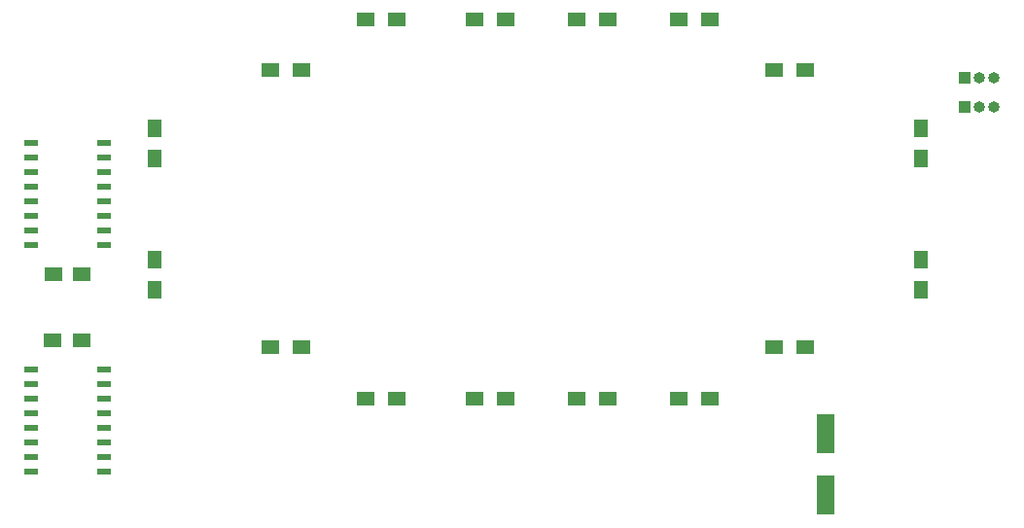
<source format=gbp>
G04 #@! TF.GenerationSoftware,KiCad,Pcbnew,(5.1.5)-3*
G04 #@! TF.CreationDate,2020-06-03T22:57:54+02:00*
G04 #@! TF.ProjectId,8bitWave Faceplate,38626974-5761-4766-9520-46616365706c,rev?*
G04 #@! TF.SameCoordinates,Original*
G04 #@! TF.FileFunction,Paste,Bot*
G04 #@! TF.FilePolarity,Positive*
%FSLAX46Y46*%
G04 Gerber Fmt 4.6, Leading zero omitted, Abs format (unit mm)*
G04 Created by KiCad (PCBNEW (5.1.5)-3) date 2020-06-03 22:57:54*
%MOMM*%
%LPD*%
G04 APERTURE LIST*
%ADD10R,1.143000X0.508000*%
%ADD11R,1.500000X1.250000*%
%ADD12R,1.600000X3.500000*%
%ADD13R,1.500000X1.300000*%
%ADD14R,1.300000X1.500000*%
%ADD15O,1.000000X1.000000*%
%ADD16R,1.000000X1.000000*%
G04 APERTURE END LIST*
D10*
X76200000Y-120650000D03*
X76200000Y-123190000D03*
X76200000Y-124460000D03*
X76200000Y-125730000D03*
X76200000Y-127000000D03*
X76200000Y-128270000D03*
X76200000Y-129540000D03*
X82550000Y-129540000D03*
X82550000Y-128270000D03*
X82550000Y-127000000D03*
X82550000Y-125730000D03*
X82550000Y-124460000D03*
X82550000Y-123190000D03*
X82550000Y-121920000D03*
X82550000Y-120650000D03*
X76200000Y-121920000D03*
D11*
X78105000Y-118110000D03*
X80605000Y-118110000D03*
X80625000Y-112395000D03*
X78125000Y-112395000D03*
D12*
X145415000Y-131605000D03*
X145415000Y-126205000D03*
D13*
X140890000Y-118745000D03*
X143590000Y-118745000D03*
X132635000Y-123190000D03*
X135335000Y-123190000D03*
X123745000Y-123190000D03*
X126445000Y-123190000D03*
X114855000Y-123190000D03*
X117555000Y-123190000D03*
X105330000Y-123190000D03*
X108030000Y-123190000D03*
X97075000Y-118745000D03*
X99775000Y-118745000D03*
D14*
X86995000Y-111045000D03*
X86995000Y-113745000D03*
X86995000Y-99615000D03*
X86995000Y-102315000D03*
D13*
X99775000Y-94615000D03*
X97075000Y-94615000D03*
X108030000Y-90170000D03*
X105330000Y-90170000D03*
X117555000Y-90170000D03*
X114855000Y-90170000D03*
X123745000Y-90170000D03*
X126445000Y-90170000D03*
X135335000Y-90170000D03*
X132635000Y-90170000D03*
X143590000Y-94615000D03*
X140890000Y-94615000D03*
D14*
X153670000Y-102315000D03*
X153670000Y-99615000D03*
X153670000Y-113745000D03*
X153670000Y-111045000D03*
D10*
X82550000Y-109855000D03*
X82550000Y-107315000D03*
X82550000Y-106045000D03*
X82550000Y-104775000D03*
X82550000Y-103505000D03*
X82550000Y-102235000D03*
X82550000Y-100965000D03*
X76200000Y-100965000D03*
X76200000Y-102235000D03*
X76200000Y-103505000D03*
X76200000Y-104775000D03*
X76200000Y-106045000D03*
X76200000Y-107315000D03*
X76200000Y-108585000D03*
X76200000Y-109855000D03*
X82550000Y-108585000D03*
D15*
X160020000Y-95250000D03*
X158750000Y-95250000D03*
D16*
X157480000Y-95250000D03*
X157480000Y-97790000D03*
D15*
X158750000Y-97790000D03*
X160020000Y-97790000D03*
M02*

</source>
